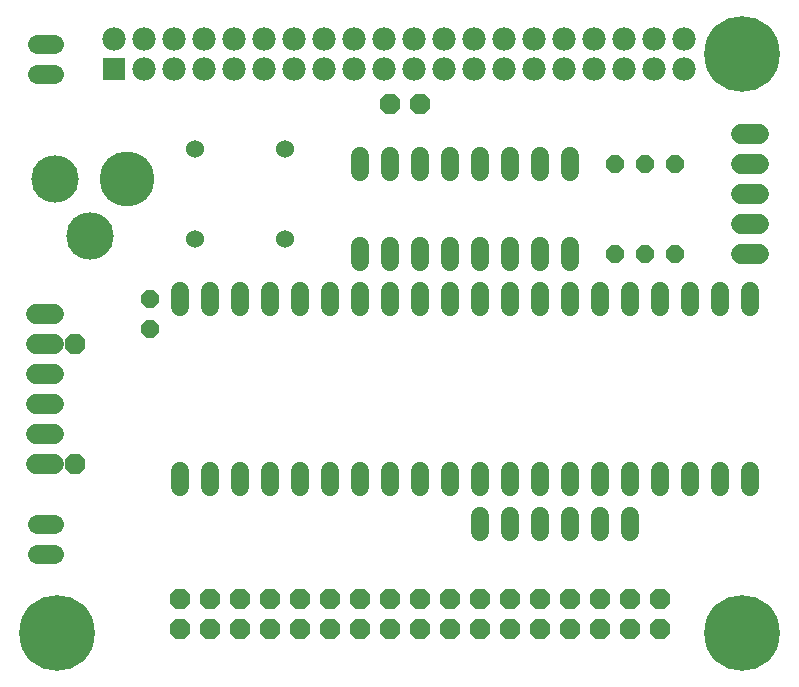
<source format=gbs>
G75*
%MOIN*%
%OFA0B0*%
%FSLAX24Y24*%
%IPPOS*%
%LPD*%
%AMOC8*
5,1,8,0,0,1.08239X$1,22.5*
%
%ADD10C,0.0640*%
%ADD11R,0.0780X0.0780*%
%ADD12C,0.0780*%
%ADD13C,0.2521*%
%ADD14C,0.1830*%
%ADD15C,0.1580*%
%ADD16OC8,0.0680*%
%ADD17C,0.0600*%
%ADD18OC8,0.0600*%
%ADD19C,0.0600*%
%ADD20C,0.0680*%
D10*
X002454Y004680D02*
X003014Y004680D01*
X003014Y005680D02*
X002454Y005680D01*
X002454Y020680D02*
X003014Y020680D01*
X003014Y021680D02*
X002454Y021680D01*
D11*
X005030Y020849D03*
D12*
X006030Y020849D03*
X007030Y020849D03*
X008030Y020849D03*
X009030Y020849D03*
X010030Y020849D03*
X011030Y020849D03*
X012030Y020849D03*
X013030Y020849D03*
X014030Y020849D03*
X015030Y020849D03*
X016030Y020849D03*
X017030Y020849D03*
X018030Y020849D03*
X019030Y020849D03*
X020030Y020849D03*
X021030Y020849D03*
X022030Y020849D03*
X023030Y020849D03*
X024030Y020849D03*
X024030Y021849D03*
X023030Y021849D03*
X022030Y021849D03*
X021030Y021849D03*
X020030Y021849D03*
X019030Y021849D03*
X018030Y021849D03*
X017030Y021849D03*
X016030Y021849D03*
X015030Y021849D03*
X014030Y021849D03*
X013030Y021849D03*
X012030Y021849D03*
X011030Y021849D03*
X010030Y021849D03*
X009030Y021849D03*
X008030Y021849D03*
X007030Y021849D03*
X006030Y021849D03*
X005030Y021849D03*
D13*
X003112Y002058D03*
X025947Y002058D03*
X025947Y021349D03*
D14*
X005455Y017180D03*
D15*
X004234Y015290D03*
X003053Y017180D03*
D16*
X003734Y011680D03*
X003734Y007680D03*
X007234Y003180D03*
X008234Y003180D03*
X009234Y003180D03*
X009234Y002180D03*
X008234Y002180D03*
X007234Y002180D03*
X010234Y002180D03*
X011234Y002180D03*
X011234Y003180D03*
X010234Y003180D03*
X012234Y003180D03*
X013234Y003180D03*
X013234Y002180D03*
X012234Y002180D03*
X014234Y002180D03*
X015234Y002180D03*
X015234Y003180D03*
X014234Y003180D03*
X016234Y003180D03*
X017234Y003180D03*
X017234Y002180D03*
X016234Y002180D03*
X018234Y002180D03*
X019234Y002180D03*
X020234Y002180D03*
X020234Y003180D03*
X019234Y003180D03*
X018234Y003180D03*
X021234Y003180D03*
X022234Y003180D03*
X022234Y002180D03*
X021234Y002180D03*
X023234Y002180D03*
X023234Y003180D03*
X015234Y019680D03*
X014234Y019680D03*
D17*
X010734Y018180D03*
X007734Y018180D03*
X007734Y015180D03*
X010734Y015180D03*
D18*
X006234Y013180D03*
X006234Y012180D03*
X021734Y014680D03*
X022734Y014680D03*
X023734Y014680D03*
X023734Y017680D03*
X022734Y017680D03*
X021734Y017680D03*
D19*
X020234Y017420D02*
X020234Y017940D01*
X019234Y017940D02*
X019234Y017420D01*
X018234Y017420D02*
X018234Y017940D01*
X017234Y017940D02*
X017234Y017420D01*
X016234Y017420D02*
X016234Y017940D01*
X015234Y017940D02*
X015234Y017420D01*
X014234Y017420D02*
X014234Y017940D01*
X013234Y017940D02*
X013234Y017420D01*
X013234Y014940D02*
X013234Y014420D01*
X013234Y013440D02*
X013234Y012920D01*
X012234Y012920D02*
X012234Y013440D01*
X011234Y013440D02*
X011234Y012920D01*
X010234Y012920D02*
X010234Y013440D01*
X009234Y013440D02*
X009234Y012920D01*
X008234Y012920D02*
X008234Y013440D01*
X007234Y013440D02*
X007234Y012920D01*
X007234Y007440D02*
X007234Y006920D01*
X008234Y006920D02*
X008234Y007440D01*
X009234Y007440D02*
X009234Y006920D01*
X010234Y006920D02*
X010234Y007440D01*
X011234Y007440D02*
X011234Y006920D01*
X012234Y006920D02*
X012234Y007440D01*
X013234Y007440D02*
X013234Y006920D01*
X014234Y006920D02*
X014234Y007440D01*
X015234Y007440D02*
X015234Y006920D01*
X016234Y006920D02*
X016234Y007440D01*
X017234Y007440D02*
X017234Y006920D01*
X018234Y006920D02*
X018234Y007440D01*
X019234Y007440D02*
X019234Y006920D01*
X020234Y006920D02*
X020234Y007440D01*
X021234Y007440D02*
X021234Y006920D01*
X022234Y006920D02*
X022234Y007440D01*
X023234Y007440D02*
X023234Y006920D01*
X024234Y006920D02*
X024234Y007440D01*
X025234Y007440D02*
X025234Y006920D01*
X026234Y006920D02*
X026234Y007440D01*
X022234Y005940D02*
X022234Y005420D01*
X021234Y005420D02*
X021234Y005940D01*
X020234Y005940D02*
X020234Y005420D01*
X019234Y005420D02*
X019234Y005940D01*
X018234Y005940D02*
X018234Y005420D01*
X017234Y005420D02*
X017234Y005940D01*
X017234Y012920D02*
X017234Y013440D01*
X016234Y013440D02*
X016234Y012920D01*
X015234Y012920D02*
X015234Y013440D01*
X014234Y013440D02*
X014234Y012920D01*
X014234Y014420D02*
X014234Y014940D01*
X015234Y014940D02*
X015234Y014420D01*
X016234Y014420D02*
X016234Y014940D01*
X017234Y014940D02*
X017234Y014420D01*
X018234Y014420D02*
X018234Y014940D01*
X019234Y014940D02*
X019234Y014420D01*
X020234Y014420D02*
X020234Y014940D01*
X020234Y013440D02*
X020234Y012920D01*
X019234Y012920D02*
X019234Y013440D01*
X018234Y013440D02*
X018234Y012920D01*
X021234Y012920D02*
X021234Y013440D01*
X022234Y013440D02*
X022234Y012920D01*
X023234Y012920D02*
X023234Y013440D01*
X024234Y013440D02*
X024234Y012920D01*
X025234Y012920D02*
X025234Y013440D01*
X026234Y013440D02*
X026234Y012920D01*
D20*
X025934Y014680D02*
X026534Y014680D01*
X026534Y015680D02*
X025934Y015680D01*
X025934Y016680D02*
X026534Y016680D01*
X026534Y017680D02*
X025934Y017680D01*
X025934Y018680D02*
X026534Y018680D01*
X003034Y012680D02*
X002434Y012680D01*
X002434Y011680D02*
X003034Y011680D01*
X003034Y010680D02*
X002434Y010680D01*
X002434Y009680D02*
X003034Y009680D01*
X003034Y008680D02*
X002434Y008680D01*
X002434Y007680D02*
X003034Y007680D01*
M02*

</source>
